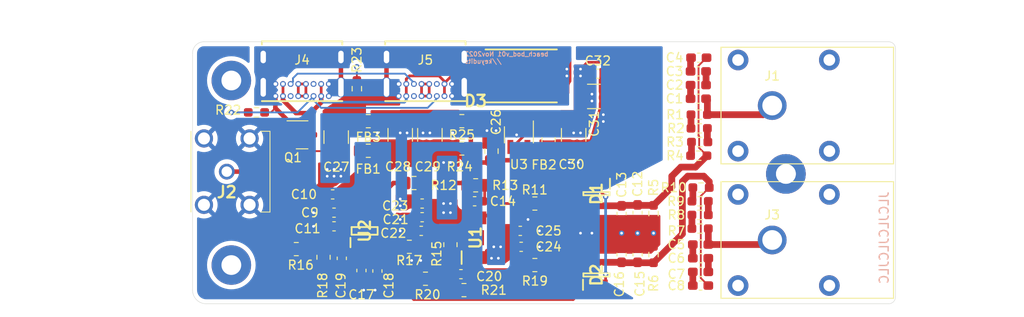
<source format=kicad_pcb>
(kicad_pcb (version 20211014) (generator pcbnew)
  (layers (0 "F.Cu" signal) (31 "B.Cu" signal) (34 "B.Paste" user) (35 "F.Paste" user) (36 "B.SilkS" user "B.Silkscreen") (37 "F.SilkS" user "F.Silkscreen") (38 "B.Mask" user) (39 "F.Mask" user) (44 "Edge.Cuts" user))
  (net 0 "")
  (net 1 "Net-(C2-Pad1)")
  (net 2 "GNDREF")
  (net 3 "VCC")
  (net 4 "Net-(C3-Pad1)")
  (net 5 "Net-(C4-Pad1)")
  (net 6 "greg")
  (net 7 "Net-(C19-Pad2)")
  (net 8 "Net-(C20-Pad2)")
  (net 9 "V-")
  (net 10 "V+")
  (net 11 "Net-(FB2-Pad2)")
  (net 12 "Net-(J5-PadA6)")
  (net 15 "Net-(R3-Pad2)")
  (net 16 "Net-(C1-Pad1)")
  (net 18 "cc1")
  (net 19 "cc2")
  (net 20 "Net-(C1-Pad2)")
  (net 21 "Net-(C5-Pad1)")
  (net 22 "Net-(C5-Pad2)")
  (net 23 "Net-(C6-Pad2)")
  (net 24 "Net-(C7-Pad2)")
  (net 25 "Net-(C15-Pad1)")
  (net 26 "Net-(C14-Pad1)")
  (net 27 "Net-(C14-Pad2)")
  (net 28 "Net-(C19-Pad1)")
  (net 29 "Net-(C20-Pad1)")
  (net 30 "Net-(C27-Pad2)")
  (net 31 "Net-(J2-Pad1)")
  (net 32 "Net-(J4-PadA6)")
  (net 35 "Net-(R1-Pad2)")
  (net 36 "Net-(R2-Pad2)")
  (net 37 "Net-(R7-Pad1)")
  (net 38 "Net-(R8-Pad1)")
  (net 39 "Net-(R9-Pad1)")
  (net 40 "Net-(R11-Pad1)")
  (net 41 "Net-(R17-Pad2)")
  (net 42 "Net-(R19-Pad1)")
  (net 43 "Net-(R24-Pad1)")
  (footprint "kyuditsky_kicad:Banana_Jack_S_RA_73099" (layer "F.Cu") (at 160.782 96.52)
    (fp_text reference "J3")
    (fp_text value "Conn_01x01")
  )
  (footprint "kyuditsky_kicad:Banana_Jack_S_RA_73099" (layer "F.Cu") (at 160.782 81.534)
    (fp_text reference "J1")
    (fp_text value "Conn_01x01")
  )
  (footprint "MountingHole:MountingHole_2.2mm_M2_Pad" (layer "F.Cu") (at 100.584 99.314)
    (fp_text reference "REF**" hide)
    (fp_text value "MountingHole_2.2mm_M2_Pad")
  )
  (footprint "MountingHole:MountingHole_2.2mm_M2_Pad" (layer "F.Cu") (at 162.306 89.154)
    (fp_text reference "REF**" hide)
    (fp_text value "MountingHole_2.2mm_M2_Pad")
  )
  (footprint "kyuditsky_kicad:BNC5JPGNRABH2D" (layer "F.Cu") (at 100.076 88.9 90)
    (fp_text reference "J2")
    (fp_text value "BNC5-J-P-GN-RA-BH2D" hide)
  )
  (footprint "Resistor_SMD:R_0805_2012Metric_Pad1.20x1.40mm_HandSolder" (layer "F.Cu") (at 110.8445 98.448 90)
    (fp_text reference "R18")
    (fp_text value "~")
  )
  (footprint "Resistor_SMD:R_0805_2012Metric_Pad1.20x1.40mm_HandSolder" (layer "F.Cu") (at 124.968 97.044 90)
    (fp_text reference "R15")
    (fp_text value "~")
  )
  (footprint "kyuditsky_kicad:bav199_tp_SOT95P237X125-3N" (layer "F.Cu") (at 141.224 100.414 90)
    (fp_text reference "D2")
    (fp_text value "BAV199-TP" hide)
  )
  (footprint "Capacitor_SMD:C_0603_1608Metric_Pad1.08x0.95mm_HandSolder" (layer "F.Cu") (at 152.61 76.2 180)
    (fp_text reference "C4")
    (fp_text value "4pf")
  )
  (footprint "Resistor_SMD:R_0805_2012Metric_Pad1.20x1.40mm_HandSolder" (layer "F.Cu") (at 120.396 97.282 180)
    (fp_text reference "R17")
    (fp_text value "~")
  )
  (footprint "Capacitor_SMD:C_0603_1608Metric_Pad1.08x0.95mm_HandSolder" (layer "F.Cu") (at 115.062 99.9225 90)
    (fp_text reference "C17")
    (fp_text value "~")
  )
  (footprint "Capacitor_SMD:C_0603_1608Metric_Pad1.08x0.95mm_HandSolder" (layer "F.Cu") (at 145.796 98.1475 90)
    (fp_text reference "C15")
    (fp_text value "350pF")
  )
  (footprint "Resistor_SMD:R_0805_2012Metric_Pad1.20x1.40mm_HandSolder" (layer "F.Cu") (at 135.89 85.3215 90)
    (fp_text reference "FB2")
    (fp_text value "Ferrite_Bead")
  )
  (footprint "Resistor_SMD:R_0805_2012Metric_Pad1.20x1.40mm_HandSolder" (layer "F.Cu") (at 122.19 100.838)
    (fp_text reference "R20")
    (fp_text value "~")
  )
  (footprint "Resistor_SMD:R_0603_1608Metric_Pad0.98x0.95mm_HandSolder" (layer "F.Cu") (at 152.7575 93.726 180)
    (fp_text reference "R8")
    (fp_text value "1M")
  )
  (footprint "Resistor_SMD:R_0805_2012Metric_Pad1.20x1.40mm_HandSolder" (layer "F.Cu") (at 127.778 90.424)
    (fp_text reference "R13")
    (fp_text value "~")
  )
  (footprint "Resistor_SMD:R_0603_1608Metric_Pad0.98x0.95mm_HandSolder" (layer "F.Cu") (at 152.607 87.122)
    (fp_text reference "R4")
    (fp_text value "1M")
  )
  (footprint "Capacitor_SMD:C_0603_1608Metric_Pad1.08x0.95mm_HandSolder" (layer "F.Cu") (at 121.8195 93.98 180)
    (fp_text reference "C21")
    (fp_text value "~")
  )
  (footprint "Resistor_SMD:R_0603_1608Metric_Pad0.98x0.95mm_HandSolder" (layer "F.Cu") (at 147.574 98.1445 90)
    (fp_text reference "R6")
    (fp_text value "50k")
  )
  (footprint "Capacitor_SMD:C_0603_1608Metric_Pad1.08x0.95mm_HandSolder" (layer "F.Cu") (at 132.7415 95.504)
    (fp_text reference "C25")
    (fp_text value "~")
  )
  (footprint "Resistor_SMD:R_0603_1608Metric_Pad0.98x0.95mm_HandSolder" (layer "F.Cu") (at 152.7575 92.202)
    (fp_text reference "R9")
    (fp_text value "1M")
  )
  (footprint "Capacitor_SMD:C_1210_3225Metric_Pad1.33x2.70mm_HandSolder" (layer "F.Cu") (at 112.252 85.0515 -90)
    (fp_text reference "C27")
    (fp_text value "10u")
  )
  (footprint "Resistor_SMD:R_0805_2012Metric_Pad1.20x1.40mm_HandSolder" (layer "F.Cu") (at 120.92 90.17)
    (fp_text reference "R12")
    (fp_text value "~")
  )
  (footprint "Capacitor_SMD:C_0603_1608Metric_Pad1.08x0.95mm_HandSolder" (layer "F.Cu") (at 112.014 93.472)
    (fp_text reference "C9")
    (fp_text value "~")
  )
  (footprint "Capacitor_SMD:C_0603_1608Metric_Pad1.08x0.95mm_HandSolder" (layer "F.Cu") (at 112.8765 98.5645 90)
    (fp_text reference "C19")
    (fp_text value "~")
  )
  (footprint "Capacitor_SMD:C_1210_3225Metric_Pad1.33x2.70mm_HandSolder" (layer "F.Cu") (at 122.682 84.7975 -90)
    (fp_text reference "C29")
    (fp_text value "1u")
  )
  (footprint "Resistor_SMD:R_0805_2012Metric_Pad1.20x1.40mm_HandSolder" (layer "F.Cu") (at 107.8125 97.536)
    (fp_text reference "R16")
    (fp_text value "~")
  )
  (footprint "Resistor_SMD:R_0603_1608Metric_Pad0.98x0.95mm_HandSolder" (layer "F.Cu") (at 114.554 79.6525 -90)
    (fp_text reference "R23")
    (fp_text value "5.1k")
  )
  (footprint "Capacitor_SMD:C_0603_1608Metric_Pad1.08x0.95mm_HandSolder" (layer "F.Cu") (at 112.014 94.996)
    (fp_text reference "C11")
    (fp_text value "~")
  )
  (footprint "Capacitor_SMD:C_0603_1608Metric_Pad1.08x0.95mm_HandSolder" (layer "F.Cu") (at 111.8605 91.44 180)
    (fp_text reference "C10")
    (fp_text value "~")
  )
  (footprint "Resistor_SMD:R_0603_1608Metric_Pad0.98x0.95mm_HandSolder" (layer "F.Cu") (at 152.861 90.678 180)
    (fp_text reference "R10")
    (fp_text value "1M")
  )
  (footprint "Capacitor_SMD:C_0603_1608Metric_Pad1.08x0.95mm_HandSolder" (layer "F.Cu") (at 152.8075 100.076 180)
    (fp_text reference "C7")
    (fp_text value "4pf")
  )
  (footprint "Capacitor_SMD:C_0603_1608Metric_Pad1.08x0.95mm_HandSolder" (layer "F.Cu") (at 152.8075 97.028 180)
    (fp_text reference "C5")
    (fp_text value "4pf")
  )
  (footprint "Resistor_SMD:R_0603_1608Metric_Pad0.98x0.95mm_HandSolder" (layer "F.Cu") (at 147.574 93.5725 90)
    (fp_text reference "R5")
    (fp_text value "50k")
  )
  (footprint "Capacitor_SMD:C_1210_3225Metric_Pad1.33x2.70mm_HandSolder" (layer "F.Cu") (at 138.684 84.7975 -90)
    (fp_text reference "C30")
    (fp_text value "10u")
  )
  (footprint "kyuditsky_kicad:SOP65P490X110-9N_LTC6269" (layer "F.Cu") (at 127.762 96.266 90)
    (fp_text reference "U1")
    (fp_text value "LTC6269" hide)
  )
  (footprint "Resistor_SMD:R_0805_2012Metric_Pad1.20x1.40mm_HandSolder" (layer "F.Cu") (at 126.238 86.3215 180)
    (fp_text reference "R24")
    (fp_text value "~")
  )
  (footprint "Resistor_SMD:R_0805_2012Metric_Pad1.20x1.40mm_HandSolder" (layer "F.Cu") (at 115.824 83.2735 180)
    (fp_text reference "FB3")
    (fp_text value "Ferrite_Bead")
  )
  (footprint "Resistor_SMD:R_0603_1608Metric_Pad0.98x0.95mm_HandSolder" (layer "F.Cu") (at 152.7105 85.598 180)
    (fp_text reference "R3")
    (fp_text value "1M")
  )
  (footprint "Capacitor_SMD:C_1210_3225Metric_Pad1.33x2.70mm_HandSolder" (layer "F.Cu") (at 119.38 84.7975 -90)
    (fp_text reference "C28")
    (fp_text value "10u")
  )
  (footprint "Capacitor_SMD:C_0603_1608Metric_Pad1.08x0.95mm_HandSolder" (layer "F.Cu") (at 152.8075 98.552)
    (fp_text reference "C6")
    (fp_text value "4pf")
  )
  (footprint "Capacitor_SMD:C_0603_1608Metric_Pad1.08x0.95mm_HandSolder" (layer "F.Cu") (at 152.557 79.248 180)
    (fp_text reference "C2")
    (fp_text value "4pf")
  )
  (footprint "Capacitor_SMD:C_0603_1608Metric_Pad1.08x0.95mm_HandSolder" (layer "F.Cu") (at 121.8195 92.456)
    (fp_text reference "C23")
    (fp_text value "~")
  )
  (footprint "Resistor_SMD:R_0603_1608Metric_Pad0.98x0.95mm_HandSolder" (layer "F.Cu") (at 152.7575 95.25)
    (fp_text reference "R7")
    (fp_text value "1M")
  )
  (footprint "Capacitor_SMD:C_0603_1608Metric_Pad1.08x0.95mm_HandSolder" (layer "F.Cu") (at 126.1375 100.33)
    (fp_text reference "C20")
    (fp_text value "~")
  )
  (footprint "MountingHole:MountingHole_2.2mm_M2_Pad" (layer "F.Cu") (at 100.584 78.74)
    (fp_text reference "REF**" hide)
    (fp_text value "MountingHole_2.2mm_M2_Pad")
  )
  (footprint "kyuditsky_kicad:littlefuseTVS" (layer "F.Cu") (at 132.842 78.232)
    (fp_text reference "D3")
    (fp_text value "SMCJ5.0A" hide)
  )
  (footprint "kyuditsky_kicad:SOT95P280X100-6N_LTC6268" (layer "F.Cu") (at 115.4165 95.504 90)
    (fp_text reference "U2")
    (fp_text value "LTC6268" hide)
  )
  (footprint "Resistor_SMD:R_0805_2012Metric_Pad1.20x1.40mm_HandSolder" (layer "F.Cu") (at 126.476 102.108)
    (fp_text reference "R21")
    (fp_text value "~")
  )
  (footprint "Resistor_SMD:R_0603_1608Metric_Pad0.98x0.95mm_HandSolder" (layer "F.Cu") (at 152.654 82.55 180)
    (fp_text reference "R1")
    (fp_text value "1M")
  )
  (footprint "kyuditsky_kicad:GCT_USB4085-GF-A_REVA4" (layer "F.Cu") (at 122.179 76.454 180)
    (fp_text reference "J5")
    (fp_text value "USB4085-GF-A_REVA4")
  )
  (footprint "Capacitor_SMD:C_0603_1608Metric_Pad1.08x0.95mm_HandSolder" (layer "F.Cu") (at 127.6615 92.202)
    (fp_text reference "C14")
    (fp_text value "~")
  )
  (footprint "kyuditsky_kicad:GCT_USB4085-GF-A_REVA4" (layer "F.Cu") (at 108.458 76.454 180)
    (fp_text reference "J4")
    (fp_text value "USB4085-GF-A_REVA4")
  )
  (footprint "Capacitor_SMD:C_0603_1608Metric_Pad1.08x0.95mm_HandSolder" (layer "F.Cu") (at 116.84 99.9755 90)
    (fp_text reference "C18")
    (fp_text value "~")
  )
  (footprint "Capacitor_SMD:C_0603_1608Metric_Pad1.08x0.95mm_HandSolder" (layer "F.Cu") (at 152.8075 101.6)
    (fp_text reference "C8")
    (fp_text value "4pf")
  )
  (footprint "Capacitor_SMD:C_1210_3225Metric_Pad1.33x2.70mm_HandSolder" (layer "F.Cu") (at 140.9315 80.518)
    (fp_text reference "C31")
    (fp_text value "1u")
  )
  (footprint "Capacitor_SMD:C_0603_1608Metric_Pad1.08x0.95mm_HandSolder" (layer "F.Cu") (at 145.796 93.472 90)
    (fp_text reference "C12")
    (fp_text value "350pF")
  )
  (footprint "Resistor_SMD:R_0805_2012Metric_Pad1.20x1.40mm_HandSolder" (layer "F.Cu") (at 134.366 99.314)
    (fp_text reference "R19")
    (fp_text value "~")
  )
  (footprint "Capacitor_SMD:C_0603_1608Metric_Pad1.08x0.95mm_HandSolder" (layer "F.Cu") (at 144.018 93.5725 90)
    (fp_text reference "C13")
    (fp_text value "350pF")
  )
  (footprint "Resistor_SMD:R_0805_2012Metric_Pad1.20x1.40mm_HandSolder" (layer "F.Cu") (at 115.824 86.5755 180)
    (fp_text reference "FB1")
    (fp_text value "Ferrite_Bead")
  )
  (footprint "Package_TO_SOT_SMD:SOT-23" (layer "F.Cu") (at 108.458 84.7975)
    (fp_text reference "Q1")
    (fp_text value "AO3401A")
  )
  (footprint "Capacitor_SMD:C_0603_1608Metric_Pad1.08x0.95mm_HandSolder" (layer "F.Cu") (at 144.018 98.1475 90)
    (fp_text reference "C16")
    (fp_text value "350pF")
  )
  (footprint "Package_TO_SOT_SMD:SOT-23-5_HandSoldering" (layer "F.Cu") (at 132.588 84.7975 -90)
    (fp_text reference "U3")
    (fp_text value "LM7301_SOT23_5")
  )
  (footprint "Capacitor_SMD:C_0603_1608Metric_Pad1.08x0.95mm_HandSolder" (layer "F.Cu") (at 152.557 77.724)
    (fp_text reference "C3")
    (fp_text value "4pf")
  )
  (footprint "Capacitor_SMD:C_0603_1608Metric_Pad1.08x0.95mm_HandSolder" (layer "F.Cu") (at 152.557 80.772)
    (fp_text reference "C1")
    (fp_text value "4pf")
  )
  (footprint "kyuditsky_kicad:bav199_tp_SOT95P237X125-3N" (layer "F.Cu") (at 141.224 91.356 -90)
    (fp_text reference "D1")
    (fp_text value "BAV199-TP" hide)
  )
  (footprint "Capacitor_SMD:C_0805_2012Metric_Pad1.18x1.45mm_HandSolder" (layer "F.Cu") (at 129.54 86.614 -90)
    (fp_text reference "C26")
    (fp_text value "~")
  )
  (footprint "Resistor_SMD:R_0805_2012Metric_Pad1.20x1.40mm_HandSolder" (layer "F.Cu") (at 134.366 92.456)
    (fp_text reference "R11")
    (fp_text value "~")
  )
  (footprint "Resistor_SMD:R_0805_2012Metric_Pad1.20x1.40mm_HandSolder" (layer "F.Cu") (at 126.238 83.2735 180)
    (fp_text reference "R25")
    (fp_text value "~")
  )
  (footprint "" (layer "F.Cu") (at 162.306 89.154)
    (fp_text reference "")
    (fp_text value "")
  )
  (footprint "Capacitor_SMD:C_0603_1608Metric_Pad1.08x0.95mm_HandSolder" (layer "F.Cu") (at 141.3775 77.978)
    (fp_text reference "C32")
    (fp_text value "100n")
  )
  (footprint "Capacitor_SMD:C_0603_1608Metric_Pad1.08x0.95mm_HandSolder" (layer "F.Cu") (at 132.842 97.282)
    (fp_text reference "C24")
    (fp_text value "~")
  )
  (footprint "Capacitor_SMD:C_0603_1608Metric_Pad1.08x0.95mm_HandSolder" (layer "F.Cu") (at 121.719 95.504 180)
    (fp_text reference "C22")
    (fp_text value "~")
  )
  (footprint "Resistor_SMD:R_0603_1608Metric_Pad0.98x0.95mm_HandSolder" (layer "F.Cu") (at 152.654 84.074)
    (fp_text reference "R2")
    (fp_text value "1M")
  )
  (footprint "Resistor_SMD:R_0603_1608Metric_Pad0.98x0.95mm_HandSolder" (layer "F.Cu") (at 103.378 82.296 180)
    (fp_text reference "R22")
    (fp_text value "5.1k")
  )
  (gr_line locked (start 97.536 74.422) (end 173.736 74.422) (layer "Edge.Cuts") (width 0.05))
  (gr_line locked (start 174.498 75.184) (end 174.498 102.87) (layer "Edge.Cuts") (width 0.05))
  (gr_arc locked (start 96.266 75.692) (mid 96.637974 74.793974) (end 97.536 74.422) (layer "Edge.Cuts") (width 0.05))
  (gr_line locked (start 173.736 103.632) (end 97.79 103.632) (layer "Edge.Cuts") (width 0.05))
  (gr_arc locked (start 174.498 102.87) (mid 174.274815 103.408815) (end 173.736 103.632) (layer "Edge.Cuts") (width 0.05))
  (gr_arc locked (start 97.79 103.632) (mid 96.712369 103.185631) (end 96.266 102.108) (layer "Edge.Cuts") (width 0.05))
  (gr_arc locked (start 173.736 74.422) (mid 174.274815 74.645185) (end 174.498 75.184) (layer "Edge.Cuts") (width 0.05))
  (gr_line locked (start 96.266 75.692) (end 96.266 102.108) (layer "Edge.Cuts") (width 0.05))
  (gr_text "JLCJLCJLCJLC" (at 173.228 96.266 90) (layer "B.SilkS") (effects (font (size 1 1)) (justify mirror)))
  (gr_text "beach_bod_v01 Nov2022\n//keyudits" (at 126.492 76.2) (layer "B.SilkS") (effects (font (size 0.5 0.5) (thickness 0.1)) (justify right mirror)))
  (segment (start 153.4195 79.248) (end 153.4195 77.724) (width 0.75) (layer "F.Cu") (net 1))
  (via (at 115.316 102.108) (size 0.6) (drill 0.3) (layers "F.Cu" "B.Cu") (net 2))
  (via (at 140.716 95.758) (size 0.6) (drill 0.3) (layers "F.Cu" "B.Cu") (net 2))
  (via (at 145.796 95.758) (size 0.6) (drill 0.3) (layers "F.Cu" "B.Cu") (net 2))
  (via (at 133.604 94.234) (size 0.6) (drill 0.3) (layers "F.Cu" "B.Cu") (net 2))
  (via (at 109.728 93.472) (size 0.6) (drill 0.3) (layers "F.Cu" "B.Cu") (net 2))
  (via (at 119.38 95.504) (size 0.6) (drill 0.3) (layers "F.Cu" "B.Cu") (net 2))
  (via (at 138.176 87.884) (size 0.6) (drill 0.3) (layers "F.Cu" "B.Cu") (net 2))
  (via (at 121.666 98.806) (size 0.6) (drill 0.3) (layers "F.Cu" "B.Cu") (net 2))
  (via (at 139.446 95.758) (size 0.6) (drill 0.3) (layers "F.Cu" "B.Cu") (net 2))
  (via (at 134.874 95.504) (size 0.6) (drill 0.3) (layers "F.Cu" "B.Cu") (net 2))
  (via (at 141.986 82.55) (size 0.6) (drill 0.3) (layers "F.Cu" "B.Cu") (net 2))
  (via (at 119.38 94.234) (size 0.6) (drill 0.3) (layers "F.Cu" "B.Cu") (net 2))
  (via (at 116.586 102.108) (size 0.6) (drill 0.3) (layers "F.Cu" "B.Cu") (net 2))
  (via (at 109.728 94.996) (size 0.6) (drill 0.3) (layers "F.Cu" "B.Cu") (net 2))
  (via (at 134.874 97.282) (size 0.6) (drill 0.3) (layers "F.Cu" "B.Cu") (net 2))
  (via (at 147.574 95.758) (size 0.6) (drill 0.3) (layers "F.Cu" "B.Cu") (net 2))
  (via (at 120.65 98.806) (size 0.6) (drill 0.3) (layers "F.Cu" "B.Cu") (net 2))
  (via (at 139.192 87.884) (size 0.6) (drill 0.3) (layers "F.Cu" "B.Cu") (net 2))
  (via (at 144.018 95.758) (size 0.6) (drill 0.3) (layers "F.Cu" "B.Cu") (net 2))
  (via (at 141.986 83.312) (size 0.6) (drill 0.3) (layers "F.Cu" "B.Cu") (net 2))
  (segment (start 129.8325 87.63) (end 129.54 87.3375) (width 0.5) (layer "F.Cu") (net 3))
  (segment (start 132.0555 87.63) (end 129.8325 87.63) (width 0.5) (layer "F.Cu") (net 3))
  (segment (start 125.238 86.3215) (end 126.8005 87.884) (width 0.5) (layer "F.Cu") (net 3))
  (segment (start 126.8005 87.884) (end 128.9935 87.884) (width 0.5) (layer "F.Cu") (net 3))
  (segment (start 128.9935 87.884) (end 129.54 87.3375) (width 0.5) (layer "F.Cu") (net 3))
  (segment (start 135.976 90.256) (end 140.274 90.256) (width 0.5) (layer "F.Cu") (net 3))
  (segment (start 142.24 100.33) (end 142.24 101.448) (width 0.3) (layer "F.Cu") (net 3))
  (segment (start 142.24 101.448) (end 142.174 101.514) (width 0.3) (layer "F.Cu") (net 3))
  (segment (start 133.538 86.1475) (end 133.538 87.818) (width 0.5) (layer "F.Cu") (net 3))
  (segment (start 142.24 91.694) (end 140.802 90.256) (width 0.3) (layer "F.Cu") (net 3))
  (segment (start 133.538 86.1475) (end 132.0555 87.63) (width 0.5) (layer "F.Cu") (net 3))
  (segment (start 133.538 87.818) (end 135.976 90.256) (width 0.5) (layer "F.Cu") (net 3))
  (segment (start 140.802 90.256) (end 140.274 90.256) (width 0.3) (layer "F.Cu") (net 3))
  (via (at 142.24 91.694) (size 0.6) (drill 0.3) (layers "F.Cu" "B.Cu") (net 3))
  (via (at 142.24 100.33) (size 0.6) (drill 0.3) (layers "F.Cu" "B.Cu") (net 3))
  (via (at 124.206 93.472) (size 0.6) (drill 0.3) (layers "F.Cu" "B.Cu") (net 3))
  (via (at 124.968 93.472) (size 0.6) (drill 0.3) (layers "F.Cu" "B.Cu") (net 3))
  (via (at 124.206 87.884) (size 0.6) (drill 0.3) (layers "F.Cu" "B.Cu") (net 3))
  (via (at 124.206 92.456) (size 0.6) (drill 0.3) (layers "F.Cu" "B.Cu") (net 3))
  (via (at 124.968 92.456) (size 0.6) (drill 0.3) (layers "F.Cu" "B.Cu") (net 3))
  (via (at 124.968 87.884) (size 0.6) (drill 0.3) (layers "F.Cu" "B.Cu") (net 3))
  (segment (start 142.24 91.694) (end 142.24 100.33) (width 0.3) (layer "B.Cu") (net 3))
  (segment (start 151.6945 77.724) (end 151.6945 76.253) (width 0.75) (layer "F.Cu") (net 4))
  (segment (start 151.6945 76.253) (end 151.7475 76.2) (width 0.75) (layer "F.Cu") (net 4))
  (segment (start 135.62 92.71) (end 135.366 92.456) (width 0.75) (layer "F.Cu") (net 5))
  (segment (start 147.574 92.66) (end 144.068 92.66) (width 0.75) (layer "F.Cu") (net 5))
  (segment (start 150.622 88.392) (end 152.2495 88.392) (width 0.75) (layer "F.Cu") (net 5))
  (segment (start 152.582 77.0905) (end 152.582 84.88436) (width 0.2) (layer "F.Cu") (net 5))
  (segment (start 152.582 84.88436) (end 152.654 84.95636) (width 0.2) (layer "F.Cu") (net 5))
  (segment (start 152.654 84.95636) (end 152.654 86.2565) (width 0.2) (layer "F.Cu") (net 5))
  (segment (start 153.4725 76.2) (end 152.582 77.0905) (width 0.2) (layer "F.Cu") (net 5))
  (segment (start 152.654 86.2565) (end 153.5195 87.122) (width 0.2) (layer "F.Cu") (net 5))
  (segment (start 149.606 90.628) (end 149.606 89.408) (width 0.75) (layer "F.Cu") (net 5))
  (segment (start 149.606 89.408) (end 150.622 88.392) (width 0.75) (layer "F.Cu") (net 5))
  (segment (start 144.018 92.71) (end 135.62 92.71) (width 0.75) (layer "F.Cu") (net 5))
  (segment (start 152.2495 88.392) (end 153.5195 87.122) (width 0.75) (layer "F.Cu") (net 5))
  (segment (start 144.068 92.66) (end 144.018 92.71) (width 0.75) (layer "F.Cu") (net 5))
  (segment (start 147.574 92.66) (end 149.606 90.628) (width 0.75) (layer "F.Cu") (net 5))
  (segment (start 142.174 90.256) (end 144.272 88.158) (width 0.3) (layer "F.Cu") (net 6))
  (segment (start 113.538 100.584) (end 115.062 99.06) (width 0.3) (layer "F.Cu") (net 6))
  (segment (start 116.787 99.06) (end 116.84 99.113) (width 0.3) (layer "F.Cu") (net 6))
  (segment (start 107.8625 92.7975) (end 107.8625 98.234528) (width 0.3) (layer "F.Cu") (net 6))
  (segment (start 107.8625 98.234528) (end 110.211972 100.584) (width 0.3) (layer "F.Cu") (net 6))
  (segment (start 132.588 83.4475) (end 132.588 84.5435) (width 0.5) (layer "F.Cu") (net 6))
  (segment (start 138.63 103.158) (end 140.274 101.514) (width 0.3) (layer "F.Cu") (net 6))
  (segment (start 111.252 89.408) (end 107.8625 92.7975) (width 0.3) (layer "F.Cu") (net 6))
  (segment (start 143.256 76.708) (end 140.208 76.708) (width 0.3) (layer "F.Cu") (net 6))
  (segment (start 144.272 88.158) (end 144.272 77.724) (width 0.3) (layer "F.Cu") (net 6))
  (segment (start 110.211972 100.584) (end 113.538 100.584) (width 0.3) (layer "F.Cu") (net 6))
  (segment (start 144.272 77.724) (end 143.256 76.708) (width 0.3) (layer "F.Cu") (net 6))
  (segment (start 116.84 99.113) (end 120.885 103.158) (width 0.3) (layer "F.Cu") (net 6))
  (segment (start 132.588 84.5435) (end 132.334 84.7975) (width 0.5) (layer "F.Cu") (net 6))
  (segment (start 140.208 76.708) (end 139.446 77.47) (width 0.3) (layer "F.Cu") (net 6))
  (segment (start 120.885 103.158) (end 138.63 103.158) (width 0.3) (layer "F.Cu") (net 6))
  (via (at 112.776 89.408) (size 0.6) (drill 0.3) (layers "F.Cu" "B.Cu") (net 6))
  (via (at 139.446 77.47) (size 0.6) (drill 0.3) (layers "F.Cu" "B.Cu") (net 6))
  (via (at 130.048 84.328) (size 0.6) (drill 0.3) (layers "F.Cu" "B.Cu") (net 6))
  (via (at 119.38 92.71) (size 0.6) (drill 0.3) (layers "F.Cu" "B.Cu") (net 6))
  (via (at 111.252 89.408) (size 0.6) (drill 0.3) (layers "F.Cu" "B.Cu") (net 6))
  (via (at 140.716 80.264) (size 0.6) (drill 0.3) (layers "F.Cu" "B.Cu") (net 6))
  (via (at 122.682 84.582) (size 0.6) (drill 0.3) (layers "F.Cu" "B.Cu") (net 6))
  (via (at 112.014 89.408) (size 0.6) (drill 0.3) (layers "F.Cu" "B.Cu") (net 6))
  (via (at 129.54 98.552) (size 0.6) (drill 0.3) (layers "F.Cu" "B.Cu") (net 6))
  (via (at 139.446 84.582) (size 0.6) (drill 0.3) (layers "F.Cu" "B.Cu") (net 6))
  (via (at 132.334 84.7975) (size 0.6) (drill 0.3) (layers "F.Cu" "B.Cu") (net 6))
  (via (at 129.032 84.328) (size 0.6) (drill 0.3) (layers "F.Cu" "B.Cu") (net 6))
  (via (at 121.92 84.582) (size 0.6) (drill 0.3) (layers "F.Cu" "B.Cu") (net 6))
  (via (at 138.684 84.582) (size 0.6) (drill 0.3) (layers "F.Cu" "B.Cu") (net 6))
  (via (at 129.794 97.282) (size 0.6) (drill 0.3) (layers "F.Cu" "B.Cu") (net 6))
  (via (at 130.556 97.282) (size 0.6) (drill 0.3) (layers "F.Cu" "B.Cu") (net 6))
  (via (at 120.142 84.582) (size 0.6) (drill 0.3) (layers "F.Cu" "B.Cu") (net 6))
  (via (at 116.84 84.582) (size 0.6) (drill 0.3) (layers "F.Cu" "B.Cu") (net 6))
  (via (at 119.38 84.582) (size 0.6) (drill 0.3) (layers "F.Cu" "B.Cu") (net 6))
  (via (at 125.222 84.582) (size 0.6) (drill 0.3) (layers "F.Cu" "B.Cu") (net 6))
  (via (at 130.302 98.552) (size 0.6) (drill 0.3) (layers "F.Cu" "B.Cu") (net 6))
  (via (at 119.38 91.948) (size 0.6) (drill 0.3) (layers "F.Cu" "B.Cu") (net 6))
  (via (at 112.014 88.646) (size 0.6) (drill 0.3) (layers "F.Cu" "B.Cu") (net 6))
  (via (at 112.776 88.646) (size 0.6) (drill 0.3) (layers "F.Cu" "B.Cu") (net 6))
  (via (at 139.446 78.232) (size 0.6) (drill 0.3) (layers "F.Cu" "B.Cu") (net 6))
  (via (at 111.252 88.646) (size 0.6) (drill 0.3) (layers "F.Cu" "B.Cu") (net 6))
  (via (at 140.716 81.026) (size 0.6) (drill 0.3) (layers "F.Cu" "B.Cu") (net 6))
  (segment (start 112.8765 96.894) (end 112.8765 97.702) (width 0.3) (layer "F.Cu") (net 7))
  (segment (start 116.3665 96.804) (end 116.3665 95.979) (width 0.3) (layer "F.Cu") (net 7))
  (segment (start 116.3665 95.979) (end 116.3165 95.929) (width 0.3) (layer "F.Cu") (net 7))
  (segment (start 121.19 100.838) (end 120.4005 100.838) (width 0.5) (layer "F.Cu") (net 7))
  (segment (start 112.8765 97.702) (end 111.0985 97.702) (width 0.3) (layer "F.Cu") (net 7))
  (segment (start 111.0985 97.702) (end 110.8445 97.448) (width 0.3) (layer "F.Cu") (net 7))
  (segment (start 113.8415 95.929) (end 112.8765 96.894) (width 0.3) (layer "F.Cu") (net 7))
  (segment (start 120.4005 100.838) (end 116.3665 96.804) (width 0.5) (layer "F.Cu") (net 7))
  (segment (start 116.3165 95.929) (end 113.8415 95.929) (width 0.3) (layer "F.Cu") (net 7))
  (segment (start 127 101.632) (end 127.476 102.108) (width 0.25) (layer "F.Cu") (net 8))
  (segment (start 127 100.33) (end 127 101.632) (width 0.25) (layer "F.Cu") (net 8))
  (segment (start 127.362 97.4405) (end 127.437 97.5155) (width 0.25) (layer "F.Cu") (net 8))
  (segment (start 127.437 99.893) (end 127 100.33) (width 0.25) (layer "F.Cu") (net 8))
  (segment (start 127.437 97.5155) (end 127.437 98.478) (width 0.25) (layer "F.Cu") (net 8))
  (segment (start 127.362 97.4405) (end 125.5715 97.4405) (width 0.25) (layer "F.Cu") (net 8))
  (segment (start 127.437 98.478) (end 127.437 99.893) (width 0.25) (layer "F.Cu") (net 8))
  (segment (start 125.5715 97.4405) (end 124.968 98.044) (width 0.25) (layer "F.Cu") (net 8))
  (segment (start 105.483 81.81) (end 107.5205 83.8475) (width 0.5) (layer "F.Cu") (net 9))
  (segment (start 104.2905 82.296) (end 104.997 82.296) (width 0.2) (layer "F.Cu") (net 9))
  (segment (start 105.483 80.479) (end 105.483 81.81) (width 0.5) (layer "F.Cu") (net 9))
  (segment (start 104.997 82.296) (end 105.483 81.81) (width 0.2) (layer "F.Cu") (net 9))
  (segment (start 117.854 79.499) (end 117.854 76.119) (width 0.5) (layer "F.Cu") (net 9))
  (segment (start 104.133 79.499) (end 104.133 76.119) (width 0.5) (layer "F.Cu") (net 9))
  (segment (start 112.783 79.499) (end 112.783 76.119) (width 0.5) (layer "F.Cu") (net 9))
  (segment (start 111.8935 83.8475) (end 112.252 83.489) (width 0.2) (layer "F.Cu") (net 9))
  (via (at 137.922 78.232) (size 0.6) (drill 0.3) (layers "F.Cu" "B.Cu") (net 9))
  (via (at 137.922 77.47) (size 0.6) (drill 0.3) (layers "F.Cu" "B.Cu") (net 9))
  (segment (start 107.7745 82.3745) (end 106.333 80.933) (width 0.5) (layer "F.Cu") (net 10))
  (segment (start 110.583 79.129) (end 110.583 80.479) (width 0.3) (layer "F.Cu") (net 10))
  (segment (start 109.3955 82.3745) (end 107.7745 82.3745) (width 0.5) (layer "F.Cu") (net 10))
  (segment (start 110.583 81.187) (end 110.583 80.479) (width 0.5) (layer "F.Cu") (net 10))
  (segment (start 124.304 79.129) (end 124.304 80.479) (width 0.3) (layer "F.Cu") (net 10))
  (segment (start 109.3955 84.7975) (end 109.3955 82.3745) (width 0.5) (layer "F.Cu") (net 10))
  (segment (start 125.287405 78.041) (end 124.304 79.024405) (width 0.3) (layer "F.Cu") (net 10))
  (segment (start 129.151 78.041) (end 125.287405 78.041) (width 0.3) (layer "F.Cu") (net 10))
  (segment (start 109.3955 82.3745) (end 110.583 81.187) (width 0.5) (layer "F.Cu") (net 10))
  (segment (start 124.304 78.838) (end 124.304 79.129) (width 0.3) (layer "F.Cu") (net 10))
  (segment (start 120.396 78.232) (end 123.698 78.232) (width 0.3) (layer "F.Cu") (net 10))
  (segment (start 120.054 79.129) (end 120.054 80.479) (width 0.3) (layer "F.Cu") (net 10))
  (segment (start 123.698 78.232) (end 124.304 78.838) (width 0.3) (layer "F.Cu") (net 10))
  (segment (start 120.054 79.129) (end 120.054 78.574) (width 0.3) (layer "F.Cu") (net 10))
  (segment (start 129.342 78.232) (end 129.151 78.041) (width 0.3) (layer "F.Cu") (net 10))
  (segment (start 106.333 80.933) (end 106.333 80.479) (width 0.5) (layer "F.Cu") (net 10))
  (segment (start 120.054 78.574) (end 120.396 78.232) (width 0.3) (layer "F.Cu") (net 10))
  (segment (start 106.333 79.129) (end 106.333 80.479) (width 0.3) (layer "F.Cu") (net 10))
  (segment (start 124.304 79.024405) (end 124.304 79.129) (width 0.3) (layer "F.Cu") (net 10))
  (segment (start 110.583 80.938619) (end 110.798381 81.154) (width 0.3) (layer "B.Cu") (net 10))
  (segment (start 120.054 80.938619) (end 120.054 80.479) (width 0.3) (layer "B.Cu") (net 10))
  (segment (start 110.583 80.479) (end 110.583 80.938619) (width 0.3) (layer "B.Cu") (net 10))
  (segment (start 110.798381 81.154) (end 119.838619 81.154) (width 0.3) (layer "B.Cu") (net 10))
  (segment (start 119.838619 81.154) (end 120.054 80.938619) (width 0.3) (layer "B.Cu") (net 10))
  (segment (start 135.016 83.4475) (end 135.89 84.3215) (width 0.5) (layer "F.Cu") (net 11))
  (segment (start 131.903239 86.1475) (end 133.538 84.512739) (width 0.3) (layer "F.Cu") (net 11))
  (segment (start 133.538 83.4475) (end 135.016 83.4475) (width 0.5) (layer "F.Cu") (net 11))
  (segment (start 131.638 86.1475) (end 131.903239 86.1475) (width 0.3) (layer "F.Cu") (net 11))
  (segment (start 133.538 84.512739) (end 133.538 83.4475) (width 0.3) (layer "F.Cu") (net 11))
  (segment (start 122.604 79.129) (end 122.604 80.479) (width 0.3) (layer "F.Cu") (net 12))
  (segment (start 121.754 80.479) (end 122.604 80.479) (width 0.3) (layer "F.Cu") (net 12))
  (segment (start 121.754 79.129) (end 122.604 79.129) (width 0.3) (layer "F.Cu") (net 12))
  (segment (start 121.754 80.479) (end 121.754 79.129) (width 0.3) (layer "F.Cu") (net 12))
  (segment (start 151.798 87.0185) (end 151.6945 87.122) (width 0.75) (layer "F.Cu") (net 15))
  (segment (start 151.798 85.598) (end 151.798 87.0185) (width 0.75) (layer "F.Cu") (net 15))
  (segment (start 151.6945 80.772) (end 151.6945 79.248) (width 0.75) (layer "F.Cu") (net 16))
  (segment (start 102.4655 82.296) (end 100.584 82.296) (width 0.2) (layer "F.Cu") (net 18))
  (via (at 100.584 82.296) (size 0.6) (drill 0.3) (layers "F.Cu" "B.Cu") (net 18))
  (segment (start 107.949884 82.296) (end 109.733 80.512884) (width 0.2) (layer "B.Cu") (net 18))
  (segment (start 110.582381 81.788) (end 122.428 81.788) (width 0.2) (layer "B.Cu") (net 18))
  (segment (start 109.733 80.938619) (end 110.582381 81.788) (width 0.2) (layer "B.Cu") (net 18))
  (segment (start 109.733 80.479) (end 109.733 80.938619) (width 0.2) (layer "B.Cu") (net 18))
  (segment (start 122.428 81.788) (end 123.444 80.772) (width 0.2) (layer "B.Cu") (net 18))
  (segment (start 100.584 82.296) (end 107.949884 82.296) (width 0.2) (layer "B.Cu") (net 18))
  (segment (start 109.733 80.512884) (end 109.733 80.479) (width 0.2) (layer "B.Cu") (net 18))
  (segment (start 114.554 78.74) (end 114.554 77.216) (width 0.2) (layer "F.Cu") (net 19))
  (via (at 114.554 77.216) (size 0.6) (drill 0.3) (layers "F.Cu" "B.Cu") (net 19))
  (segment (start 114.554 77.216) (end 114.554 77.978) (width 0.2) (layer "B.Cu") (net 19))
  (segment (start 107.183 79.129) (end 107.442 78.87) (width 0.2) (layer "B.Cu") (net 19))
  (segment (start 120.904 78.994) (end 120.904 79.129) (width 0.2) (layer "B.Cu") (net 19))
  (segment (start 107.95 77.978) (end 114.554 77.978) (width 0.2) (layer "B.Cu") (net 19))
  (segment (start 119.888 77.978) (end 120.904 78.994) (width 0.2) (layer "B.Cu") (net 19))
  (segment (start 114.554 77.978) (end 119.888 77.978) (width 0.2) (layer "B.Cu") (net 19))
  (segment (start 107.442 78.486) (end 107.95 77.978) (width 0.2) (layer "B.Cu") (net 19))
  (segment (start 107.442 78.87) (end 107.442 78.486) (width 0.2) (layer "B.Cu") (net 19))
  (segment (start 153.5665 82.55) (end 159.766 82.55) (width 0.75) (layer "F.Cu") (net 20))
  (segment (start 153.5665 82.55) (end 153.5665 80.919) (width 0.75) (layer "F.Cu") (net 20))
  (segment (start 153.5665 80.919) (end 153.4195 80.772) (width 0.75) (layer "F.Cu") (net 20))
  (segment (start 159.766 82.55) (end 160.782 81.534) (width 0.75) (layer "F.Cu") (net 20))
  (segment (start 153.67 97.028) (end 160.274 97.028) (width 0.75) (layer "F.Cu") (net 21))
  (segment (start 153.67 95.25) (end 153.67 97.028) (width 0.75) (layer "F.Cu") (net 21))
  (segment (start 160.274 97.028) (end 160.782 96.52) (width 0.75) (layer "F.Cu") (net 21))
  (segment (start 151.945 97.028) (end 151.945 98.552) (width 0.75) (layer "F.Cu") (net 22))
  (segment (start 153.67 98.552) (end 153.67 100.076) (width 0.75) (layer "F.Cu") (net 23))
  (segment (start 151.945 100.076) (end 151.945 101.6) (width 0.75) (layer "F.Cu") (net 24))
  (segment (start 152.8325 100.7625) (end 152.8325 91.619) (width 0.2) (layer "F.Cu") (net 25))
  (segment (start 144.065 99.057) (end 144.018 99.01) (width 0.75) (layer "F.Cu") (net 25))
  (segment (start 151.384 89.408) (end 153.162 89.408) (width 0.75) (layer "F.Cu") (net 25))
  (segment (start 147.574 99.057) (end 144.065 99.057) (width 0.75) (layer "F.Cu") (net 25))
  (segment (start 153.67 101.6) (end 152.8325 100.7625) (width 0.2) (layer "F.Cu") (net 25))
  (segment (start 144.018 99.01) (end 135.67 99.01) (width 0.75) (layer "F.Cu") (net 25))
  (segment (start 150.7825 95.8485) (end 150.7825 90.0095) (width 0.75) (layer "F.Cu") (net 25))
  (segment (start 150.7825 90.0095) (end 151.384 89.408) (width 0.75) (layer "F.Cu") (net 25))
  (segment (start 153.7735 90.0195) (end 153.7735 90.678) (width 0.75) (layer "F.Cu") (net 25))
  (segment (start 147.574 99.057) (end 150.7825 95.8485) (width 0.75) (layer "F.Cu") (net 25))
  (segment (start 135.67 99.01) (end 135.366 99.314) (width 0.75) (layer "F.Cu") (net 25))
  (segment (start 153.162 89.408) (end 153.7735 90.0195) (width 0.75) (layer "F.Cu") (net 25))
  (segment (start 152.8325 91.619) (end 153.7735 90.678) (width 0.2) (layer "F.Cu") (net 25))
  (segment (start 126.778 92.181) (end 126.799 92.202) (width 0.3) (layer "F.Cu") (net 26))
  (segment (start 121.92 90.17) (end 126.524 90.17) (width 0.5) (layer "F.Cu") (net 26))
  (segment (start 127.437 94.054) (end 127.437 92.84) (width 0.3) (layer "F.Cu") (net 26))
  (segment (start 127.437 92.84) (end 126.799 92.202) (width 0.3) (layer "F.Cu") (net 26))
  (segment (start 126.778 90.424) (end 126.778 92.181) (width 0.3) (layer "F.Cu") (net 26))
  (segment (start 126.524 90.17) (end 126.778 90.424) (width 0.5) (layer "F.Cu") (net 26))
  (segment (start 128.012 95.0915) (end 126.6505 95.0915) (width 0.25) (layer "F.Cu") (net 27))
  (segment (start 128.087 94.054) (end 128.087 95.0165) (width 0.25) (layer "F.Cu") (net 27))
  (segment (start 128.087 95.0165) (end 128.012 95.0915) (width 0.25) (layer "F.Cu") (net 27))
  (segment (start 128.778 90.424) (end 128.778 91.948) (width 0.3) (layer "F.Cu") (net 27))
  (segment (start 126.6505 95.0915) (end 125.698 96.044) (width 0.25) (layer "F.Cu") (net 27))
  (segment (start 128.087 92.639) (end 128.087 94.054) (width 0.3) (layer "F.Cu") (net 27))
  (segment (start 128.524 92.202) (end 128.087 92.639) (width 0.3) (layer "F.Cu") (net 27))
  (segment (start 125.698 96.044) (end 124.968 96.044) (width 0.25) (layer "F.Cu") (net 27))
  (segment (start 128.778 91.948) (end 128.524 92.202) (width 0.3) (layer "F.Cu") (net 27))
  (segment (start 114.4665 96.804) (end 114.4665 97.837) (width 0.3) (layer "F.Cu") (net 28))
  (segment (start 114.4665 97.837) (end 112.8765 99.427) (width 0.3) (layer "F.Cu") (net 28))
  (segment (start 110.8445 99.448) (end 112.8555 99.448) (width 0.3) (layer "F.Cu") (net 28))
  (segment (start 112.8555 99.448) (end 112.8765 99.427) (width 0.3) (layer "F.Cu") (net 28))
  (segment (start 108.8125 97.536) (end 108.9325 97.536) (width 0.3) (layer "F.Cu") (net 28))
  (segment (start 108.9325 97.536) (end 110.8445 99.448) (width 0.3) (layer "F.Cu") (net 28))
  (segment (start 126.787 98.818) (end 125.275 100.33) (width 0.3) (layer "F.Cu") (net 29))
  (segment (start 126.787 98.478) (end 126.787 98.818) (width 0.3) (layer "F.Cu") (net 29))
  (segment (start 123.19 100.838) (end 124.767 100.838) (width 0.5) (layer "F.Cu") (net 29))
  (segment (start 125.275 101.907) (end 125.476 102.108) (width 0.3) (layer "F.Cu") (net 29))
  (segment (start 124.767 100.838) (end 125.275 100.33) (width 0.5) (layer "F.Cu") (net 29))
  (segment (start 125.275 100.33) (end 125.275 101.907) (width 0.3) (layer "F.Cu") (net 29))
  (segment (start 107.5205 85.7475) (end 108.387 86.614) (width 0.2) (layer "F.Cu") (net 30))
  (segment (start 108.387 86.614) (end 112.252 86.614) (width 0.2) (layer "F.Cu") (net 30))
  (segment (start 102.87 88.9) (end 100.076 88.9) (width 0.5) (layer "F.Cu") (net 31))
  (segment (start 106.8125 97.536) (end 106.8125 92.8425) (width 0.5) (layer "F.Cu") (net 31))
  (segment (start 106.8125 92.8425) (end 102.87 88.9) (width 0.5) (layer "F.Cu") (net 31))
  (segment (start 108.033 80.479) (end 108.033 79.129) (width 0.3) (layer "F.Cu") (net 32))
  (segment (start 108.883 80.479) (end 108.033 80.479) (width 0.3) (layer "F.Cu") (net 32))
  (segment (start 108.033 79.129) (end 108.883 79.129) (width 0.3) (layer "F.Cu") (net 32))
  (segment (start 108.883 79.129) (end 108.883 80.479) (width 0.3) (layer "F.Cu") (net 32))
  (segment (start 151.7415 82.55) (end 151.7415 84.074) (width 0.75) (layer "F.Cu") (net 35))
  (segment (start 153.5665 84.074) (end 153.5665 85.5415) (width 0.75) (layer "F.Cu") (net 36))
  (segment (start 153.5665 85.5415) (end 153.623 85.598) (width 0.75) (layer "F.Cu") (net 36))
  (segment (start 151.845 93.726) (end 151.845 95.25) (width 0.75) (layer "F.Cu") (net 37))
  (segment (start 153.67 92.202) (end 153.67 93.726) (width 0.75) (layer "F.Cu") (net 38))
  (segment (start 151.9485 90.678) (end 151.9485 92.0985) (width 0.75) (layer "F.Cu") (net 39))
  (segment (start 151.9485 92.0985) (end 151.845 92.202) (width 0.75) (layer "F.Cu") (net 39))
  (segment (start 130.335 92.456) (end 133.366 92.456) (width 0.3) (layer "F.Cu") (net 40))
  (segment (start 128.737 94.054) (end 130.335 92.456) (width 0.3) (layer "F.Cu") (net 40))
  (segment (start 118.618 90.17) (end 116.3665 92.4215) (width 0.5) (layer "F.Cu") (net 41))
  (segment (start 119.92 90.17) (end 118.618 90.17) (width 0.5) (layer "F.Cu") (net 41))
  (segment (start 116.3665 94.2525) (end 119.65 97.536) (width 0.3) (layer "F.Cu") (net 41))
  (segment (start 116.3665 92.4215) (end 116.3665 94.204) (width 0.5) (layer "F.Cu") (net 41))
  (segment (start 116.3665 94.204) (end 116.3665 94.2525) (width 0.3) (layer "F.Cu") (net 41))
  (segment (start 128.4185 99.822) (end 132.858 99.822) (width 0.3) (layer "F.Cu") (net 42))
  (segment (start 128.087 99.4905) (end 128.4185 99.822) (width 0.3) (layer "F.Cu") (net 42))
  (segment (start 132.858 99.822) (end 133.366 99.314) (width 0.3) (layer "F.Cu") (net 42))
  (segment (start 128.087 98.478) (end 128.087 99.4905) (width 0.3) (layer "F.Cu") (net 42))
  (segment (start 127.238 83.2735) (end 127.412 83.4475) (width 0.2) (layer "F.Cu") (net 43))
  (segment (start 131.464 83.2735) (end 127.238 83.2735) (width 0.5) (layer "F.Cu") (net 43))
  (segment (start 127.238 86.3215) (end 127.238 83.2735) (width 0.5) (layer "F.Cu") (net 43))
  (segment (start 131.638 83.4475) (end 131.464 83.2735) (width 0.5) (layer "F.Cu") (net 43))
  (zone (net 3) (net_name "VCC") (layer "F.Cu") (connect_pads yes (clearance 0.5)) (min_thickness 0.254) (fill yes (thermal_gap 0.508) (thermal_bridge_width 0.508))
    (polygon (pts (xy 125.984 92.964) (xy 127 92.964) (xy 127 94.996) (xy 125.984 94.996) (xy 125.984 94.742) (xy 123.698 94.742) (xy 123.698 96.266) (xy 121.92 96.266) (xy 121.92 91.948) (xy 125.984 91.948)))
  )
  (zone (net 2) (net_name "GNDREF") (layer "F.Cu") (connect_pads yes (clearance 0.5)) (min_thickness 0.254) (fill yes (thermal_gap 0.508) (thermal_bridge_width 0.508))
    (polygon (pts (xy 117.602 102.616) (xy 114.3 102.616) (xy 114.3 100.076) (xy 117.602 100.076)))
  )
  (zone (net 6) (net_name "greg") (layer "F.Cu") (connect_pads yes (clearance 0.5)) (min_thickness 0.254) (fill yes (thermal_gap 0.508) (thermal_bridge_width 0.508))
    (polygon (pts (xy 125.984 85.0515) (xy 116.078 85.0515) (xy 116.078 82.0035) (xy 125.984 82.0035)))
  )
  (zone (net 6) (net_name "greg") (layer "F.Cu") (connect_pads yes (clearance 0.5)) (min_thickness 0.254) (fill yes (thermal_gap 0.508) (thermal_bridge_width 0.508))
    (polygon (pts (xy 141.224 81.788) (xy 140.208 85.09) (xy 137.16 85.09) (xy 137.16 82.042) (xy 138.684 82.042) (xy 138.684 76.962) (xy 141.224 76.962)))
  )
  (zone (net 9) (net_name "V-") (layer "F.Cu") (connect_pads yes (clearance 0.5)) (min_thickness 0.254) (fill yes (thermal_gap 0.508) (thermal_bridge_width 0.508))
    (polygon (pts (xy 138.43 80.264) (xy 134.874 80.264) (xy 134.874 76.2) (xy 138.43 76.2)))
  )
  (zone (net 6) (net_name "greg") (layer "F.Cu") (connect_pads yes (clearance 0.5)) (min_thickness 0.254) (fill yes (thermal_gap 0.508) (thermal_bridge_width 0.508))
    (polygon (pts (xy 116.078 97.536) (xy 117.602 98.552) (xy 117.602 99.822) (xy 114.3 99.9225) (xy 114.3 98.298) (xy 115.062 97.79) (xy 114.808 96.266) (xy 116.078 96.266)))
  )
  (zone (net 2) (net_name "GNDREF") (layer "F.Cu") (connect_pads yes (clearance 0.5)) (min_thickness 0.254) (fill yes (thermal_gap 0.508) (thermal_bridge_width 0.508))
    (polygon (pts (xy 148.336 98.044) (xy 132.842 98.044) (xy 132.842 93.726) (xy 148.336 93.726)))
  )
  (zone (net 6) (net_name "greg") (layer "F.Cu") (connect_pads yes (clearance 0.5)) (min_thickness 0.254) (fill yes (thermal_gap 0.508) (thermal_bridge_width 0.508))
    (polygon (pts (xy 132.588 98.044) (xy 130.81 99.314) (xy 128.524 99.314) (xy 128.524 97.536) (xy 131.064 94.742) (xy 132.588 94.742)))
  )
  (zone (net 2) (net_name "GNDREF") (layer "F.Cu") (connect_pads yes (clearance 0.5)) (min_thickness 0.254) (fill yes (thermal_gap 0.508) (thermal_bridge_width 0.508))
    (polygon (pts (xy 143.51 81.788) (xy 140.462 88.392) (xy 134.874 88.392) (xy 134.874 85.3055) (xy 140.462 85.3055) (xy 141.478 81.788) (xy 141.478 77.216) (xy 143.51 77.216)))
  )
  (zone (net 6) (net_name "greg") (layer "F.Cu") (connect_pads yes (clearance 0.5)) (min_thickness 0.254) (fill yes (thermal_gap 0.508) (thermal_bridge_width 0.508))
    (polygon (pts (xy 113.792 89.154) (xy 111.76 90.932) (xy 111.76 92.202) (xy 110.236 92.202) (xy 110.236 87.884) (xy 113.792 87.884)))
  )
  (zone (net 6) (net_name "greg") (layer "F.Cu") (connect_pads yes (clearance 0.5)) (min_thickness 0.254) (fill yes (thermal_gap 0.508) (thermal_bridge_width 0.508))
    (polygon (pts (xy 121.666 93.218) (xy 118.872 93.218) (xy 118.872 91.44) (xy 121.666 91.44)))
  )
  (zone (net 2) (net_name "GNDREF") (layer "F.Cu") (connect_pads yes (clearance 0.5)) (min_thickness 0.254) (fill yes (thermal_gap 0.508) (thermal_bridge_width 0.508))
    (polygon (pts (xy 111.76 95.758) (xy 108.966 95.758) (xy 108.966 92.71) (xy 111.76 92.71)))
  )
  (zone (net 2) (net_name "GNDREF") (layer "F.Cu") (connect_pads yes (clearance 0.5)) (min_thickness 0.254) (fill yes (thermal_gap 0.508) (thermal_bridge_width 0.508))
    (polygon (pts (xy 121.666 96.266) (xy 122.428 96.266) (xy 122.428 99.568) (xy 120.142 99.568) (xy 120.142 96.266) (xy 118.872 96.266) (xy 118.872 93.472) (xy 121.666 93.472)))
  )
  (zone (net 6) (net_name "greg") (layer "F.Cu") (connect_pads yes (clearance 0.5)) (min_thickness 0.254) (fill yes (thermal_gap 0.508) (thermal_bridge_width 0.508))
    (polygon (pts (xy 130.556 86.36) (xy 128.524 86.36) (xy 128.524 83.82) (xy 130.556 83.82)))
  )
  (zone (net 9) (net_name "V-") (layer "F.Cu") (priority 1) (connect_pads yes (clearance 0.5)) (min_thickness 0.254) (fill yes (thermal_gap 0.508) (thermal_bridge_width 0.508))
    (polygon (pts (xy 119.38 81.534) (xy 115.57 81.534) (xy 115.57 84.328) (xy 110.744 84.328) (xy 110.744 82.042) (xy 113.792 80.01) (xy 119.38 80.01)))
  )
  (zone (net 3) (net_name "VCC") (layer "F.Cu") (connect_pads yes (clearance 0.5)) (min_thickness 0.254) (fill yes (thermal_gap 0.508) (thermal_bridge_width 0.508))
    (polygon (pts (xy 125.984 88.3535) (xy 118.872 88.392) (xy 115.062 91.694) (xy 115.062 94.996) (xy 113.792 94.996) (xy 113.792 95.758) (xy 112.014 95.758) (xy 112.014 90.932) (xy 114.046 89.154) (xy 116.078 87.376) (xy 116.078 85.3055) (xy 125.984 85.3055)))
  )
  (zone (net 9) (net_name "V-") (layer "B.Cu") (priority 1) (connect_pads yes (clearance 0.5)) (min_thickness 0.254) (fill yes (thermal_gap 0.508) (thermal_bridge_width 0.508))
    (polygon (pts (xy 138.43 81.534) (xy 124.968 81.534) (xy 124.968 78.232) (xy 119.38 78.232) (xy 119.38 81.534) (xy 103.124 81.534) (xy 103.124 74.676) (xy 138.43 74.676)))
  )
  (zone (net 6) (net_name "greg") (layer "B.Cu") (priority 2) (connect_pads yes (clearance 0.5)) (min_thickness 0.254) (fill yes (thermal_gap 0.508) (thermal_bridge_width 0.508))
    (polygon (pts (xy 141.224 81.788) (xy 140.208 85.09) (xy 131.061216 85.09) (xy 131.061216 99.314) (xy 129.032 99.314) (xy 129.032 85.09) (xy 120.142 85.09) (xy 120.142 93.218) (xy 118.872 93.218) (xy 118.872 85.09) (xy 113.792 85.09) (xy 113.792 90.17) (xy 110.49 90.17) (xy 110.49 85.09) (xy 110.49 82.042) (xy 138.684 82.042) (xy 138.684 76.962) (xy 141.224 76.962)))
  )
  (zone (net 2) (net_name "GNDREF") (layer "B.Cu") (connect_pads (clearance 0.5)) (min_thickness 0.254) (fill yes (thermal_gap 0.508) (thermal_bridge_width 0.508))
    (polygon (pts (xy 148.59 87.63) (xy 142.24 90.932) (xy 142.24 101.092) (xy 148.59 104.902) (xy 96.012 104.902) (xy 96.012 74.168) (xy 148.59 74.168)))
  )
  (zone (net 3) (net_name "VCC") (layer "B.Cu") (priority 2) (connect_pads yes (clearance 0.5)) (min_thickness 0.254) (fill yes (thermal_gap 0.508) (thermal_bridge_width 0.508))
    (polygon (pts (xy 125.73 94.234) (xy 123.444 94.234) (xy 123.444 87.122) (xy 125.73 87.122)))
  )
)
</source>
